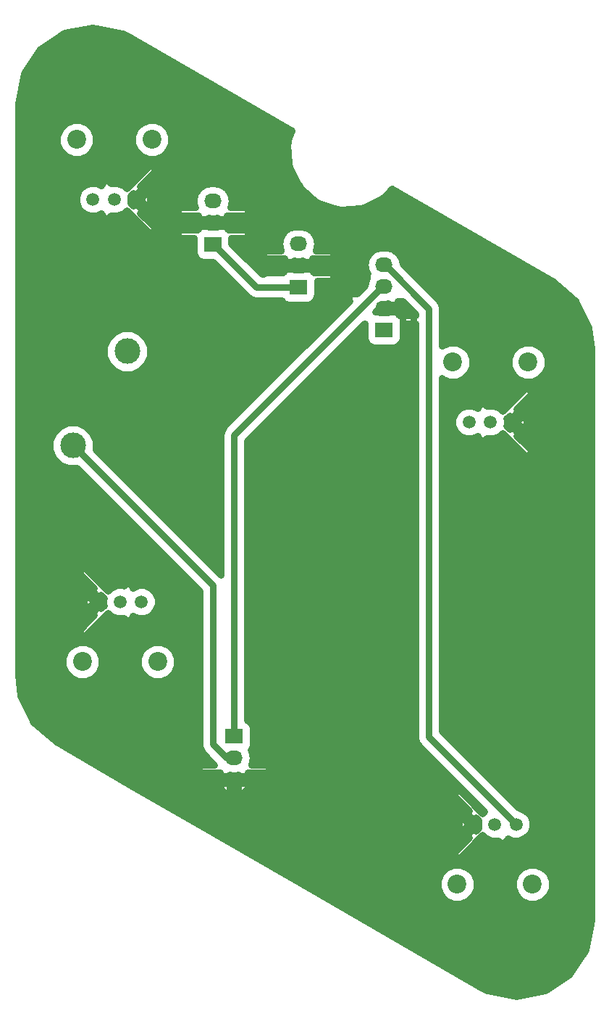
<source format=gtl>
%TF.GenerationSoftware,KiCad,Pcbnew,(2015-12-01 BZR 82, Git 6f5a49b)-brewed_product*%
%TF.CreationDate,2015-12-17T03:34:39-07:00*%
%TF.ProjectId,EMG Humbuckers,454D472048756D6275636B6572732E6B,rev?*%
%TF.FileFunction,Copper,L1,Top,Signal*%
%FSLAX46Y46*%
G04 Gerber Fmt 4.6, Leading zero omitted, Abs format (unit mm)*
G04 Created by KiCad (PCBNEW (2015-12-01 BZR 82, Git 6f5a49b)-brewed_product) date Thursday, 17 December 2015 'amt' 03:34:39*
%MOMM*%
G01*
G04 APERTURE LIST*
%ADD10C,0.127000*%
%ADD11C,3.000000*%
%ADD12R,2.032000X1.727200*%
%ADD13O,2.032000X1.727200*%
%ADD14C,1.500000*%
%ADD15C,2.200000*%
%ADD16C,0.762000*%
G04 APERTURE END LIST*
D10*
D11*
X92500000Y-77500000D03*
X86150000Y-88498523D03*
D12*
X102500000Y-65040000D03*
D13*
X102500000Y-62500000D03*
X102500000Y-59960000D03*
D12*
X112500000Y-70040000D03*
D13*
X112500000Y-67500000D03*
X112500000Y-64960000D03*
D12*
X105000000Y-122460000D03*
D13*
X105000000Y-125000000D03*
X105000000Y-127540000D03*
D14*
X137490000Y-85780000D03*
X134990000Y-85780000D03*
X132490000Y-85780000D03*
D15*
X139390000Y-78780000D03*
X130590000Y-78780000D03*
D14*
X93510000Y-59780000D03*
X91010000Y-59780000D03*
X88510000Y-59780000D03*
D15*
X95410000Y-52780000D03*
X86610000Y-52780000D03*
D14*
X132980000Y-132720000D03*
X135480000Y-132720000D03*
X137980000Y-132720000D03*
D15*
X131080000Y-139720000D03*
X139880000Y-139720000D03*
D14*
X89170000Y-106750000D03*
X91670000Y-106750000D03*
X94170000Y-106750000D03*
D15*
X87270000Y-113750000D03*
X96070000Y-113750000D03*
D12*
X122500000Y-75040000D03*
D13*
X122500000Y-72500000D03*
X122500000Y-69960000D03*
X122500000Y-67420000D03*
D16*
X126000000Y-74000000D02*
X126000000Y-74500000D01*
X126000000Y-74500000D02*
X125500000Y-75000000D01*
X124729990Y-72973945D02*
X124729990Y-72770010D01*
X124729990Y-72770010D02*
X125000000Y-72500000D01*
X125000000Y-72500000D02*
X125000000Y-72703935D01*
X125000000Y-72703935D02*
X124729990Y-72973945D01*
X124729990Y-72973945D02*
X124729990Y-74526055D01*
X126000000Y-74000000D02*
X126000000Y-73500000D01*
X102500000Y-65040000D02*
X102652400Y-65040000D01*
X102652400Y-65040000D02*
X107652400Y-70040000D01*
X107652400Y-70040000D02*
X110722000Y-70040000D01*
X110722000Y-70040000D02*
X112500000Y-70040000D01*
X102500000Y-123396336D02*
X102500000Y-104848523D01*
X102500000Y-104848523D02*
X86150000Y-88498523D01*
X105000000Y-125000000D02*
X104103664Y-125000000D01*
X104103664Y-125000000D02*
X102500000Y-123396336D01*
X105000000Y-127540000D02*
X104847600Y-127540000D01*
X112347600Y-67500000D02*
X112500000Y-67500000D01*
X105000000Y-122460000D02*
X105000000Y-87307600D01*
X105000000Y-87307600D02*
X122347600Y-69960000D01*
X122347600Y-69960000D02*
X122500000Y-69960000D01*
X127760000Y-122500000D02*
X127760000Y-72527600D01*
X127760000Y-72527600D02*
X122652400Y-67420000D01*
X122652400Y-67420000D02*
X122500000Y-67420000D01*
X137980000Y-132720000D02*
X127760000Y-122500000D01*
G36*
X91944758Y-40353353D02*
X92982929Y-40867277D01*
X111741618Y-51691430D01*
X111338701Y-52869260D01*
X111338699Y-52869263D01*
X111338699Y-52869266D01*
X111338505Y-52869832D01*
X111307253Y-53102961D01*
X111275922Y-53335812D01*
X111275959Y-53336408D01*
X111275959Y-53336411D01*
X111275960Y-53336414D01*
X111416790Y-55583320D01*
X111416789Y-55583325D01*
X111537331Y-56038384D01*
X112527562Y-58060906D01*
X112527563Y-58060908D01*
X112564219Y-58108962D01*
X112813072Y-58435198D01*
X112813075Y-58435200D01*
X114501911Y-59924818D01*
X114501913Y-59924821D01*
X114908924Y-60161360D01*
X117039262Y-60891300D01*
X117039263Y-60891301D01*
X117094596Y-60898746D01*
X117505812Y-60954079D01*
X117505817Y-60954078D01*
X119753320Y-60813210D01*
X119753325Y-60813211D01*
X120208384Y-60692669D01*
X122230906Y-59702438D01*
X122230908Y-59702437D01*
X122465275Y-59523661D01*
X122605198Y-59416928D01*
X122605200Y-59416925D01*
X123442081Y-58468121D01*
X142289252Y-69337100D01*
X144960390Y-71670281D01*
X146503711Y-74784265D01*
X146814035Y-77123505D01*
X146814035Y-143924998D01*
X146122832Y-147399905D01*
X144221765Y-150245055D01*
X141376616Y-152146122D01*
X138020535Y-152813689D01*
X134585777Y-152130472D01*
X133571731Y-151628491D01*
X113715024Y-140164203D01*
X128836611Y-140164203D01*
X129177368Y-140988898D01*
X129807784Y-141620414D01*
X130631882Y-141962610D01*
X131524203Y-141963389D01*
X132348898Y-141622632D01*
X132980414Y-140992216D01*
X133322610Y-140168118D01*
X133322613Y-140164203D01*
X137636611Y-140164203D01*
X137977368Y-140988898D01*
X138607784Y-141620414D01*
X139431882Y-141962610D01*
X140324203Y-141963389D01*
X141148898Y-141622632D01*
X141780414Y-140992216D01*
X142122610Y-140168118D01*
X142123389Y-139275797D01*
X141782632Y-138451102D01*
X141152216Y-137819586D01*
X140328118Y-137477390D01*
X139435797Y-137476611D01*
X138611102Y-137817368D01*
X137979586Y-138447784D01*
X137637390Y-139271882D01*
X137636611Y-140164203D01*
X133322613Y-140164203D01*
X133323389Y-139275797D01*
X132982632Y-138451102D01*
X132352216Y-137819586D01*
X131528118Y-137477390D01*
X130635797Y-137476611D01*
X129811102Y-137817368D01*
X129179586Y-138447784D01*
X128837390Y-139271882D01*
X128836611Y-140164203D01*
X113715024Y-140164203D01*
X100794410Y-132704475D01*
X131308962Y-132704475D01*
X131430221Y-133345135D01*
X131442104Y-133373822D01*
X131725247Y-133444423D01*
X132449670Y-132720000D01*
X131725247Y-131995577D01*
X131442104Y-132066178D01*
X131308962Y-132704475D01*
X100794410Y-132704475D01*
X93048208Y-128232199D01*
X103237486Y-128232199D01*
X103263007Y-128251729D01*
X103655994Y-128803949D01*
X104230392Y-129163744D01*
X104492000Y-129018056D01*
X104492000Y-127971800D01*
X105508000Y-127971800D01*
X105508000Y-129018056D01*
X105769608Y-129163744D01*
X106344006Y-128803949D01*
X106736993Y-128251729D01*
X106762514Y-128232199D01*
X106620569Y-127971800D01*
X105508000Y-127971800D01*
X104492000Y-127971800D01*
X103379431Y-127971800D01*
X103237486Y-128232199D01*
X93048208Y-128232199D01*
X84243944Y-123149050D01*
X81570144Y-120813542D01*
X80026824Y-117699560D01*
X79716500Y-115360320D01*
X79716500Y-114194203D01*
X85026611Y-114194203D01*
X85367368Y-115018898D01*
X85997784Y-115650414D01*
X86821882Y-115992610D01*
X87714203Y-115993389D01*
X88538898Y-115652632D01*
X89170414Y-115022216D01*
X89512610Y-114198118D01*
X89512613Y-114194203D01*
X93826611Y-114194203D01*
X94167368Y-115018898D01*
X94797784Y-115650414D01*
X95621882Y-115992610D01*
X96514203Y-115993389D01*
X97338898Y-115652632D01*
X97970414Y-115022216D01*
X98312610Y-114198118D01*
X98313389Y-113305797D01*
X97972632Y-112481102D01*
X97342216Y-111849586D01*
X96518118Y-111507390D01*
X95625797Y-111506611D01*
X94801102Y-111847368D01*
X94169586Y-112477784D01*
X93827390Y-113301882D01*
X93826611Y-114194203D01*
X89512613Y-114194203D01*
X89513389Y-113305797D01*
X89172632Y-112481102D01*
X88542216Y-111849586D01*
X87718118Y-111507390D01*
X86825797Y-111506611D01*
X86001102Y-111847368D01*
X85369586Y-112477784D01*
X85027390Y-113301882D01*
X85026611Y-114194203D01*
X79716500Y-114194203D01*
X79716500Y-106734475D01*
X87498962Y-106734475D01*
X87620221Y-107375135D01*
X87632104Y-107403822D01*
X87915247Y-107474423D01*
X88639670Y-106750000D01*
X87915247Y-106025577D01*
X87632104Y-106096178D01*
X87498962Y-106734475D01*
X79716500Y-106734475D01*
X79716500Y-103345987D01*
X86826647Y-103345987D01*
X88659234Y-105178574D01*
X88544865Y-105200221D01*
X88516178Y-105212104D01*
X88445577Y-105495247D01*
X89170000Y-106219670D01*
X89435165Y-105954505D01*
X89799375Y-106318715D01*
X89777329Y-106371807D01*
X89777066Y-106673264D01*
X89700330Y-106750000D01*
X89776932Y-106826602D01*
X89776672Y-107124889D01*
X89799799Y-107180861D01*
X89435165Y-107545495D01*
X89170000Y-107280330D01*
X88445577Y-108004753D01*
X88516178Y-108287896D01*
X88662287Y-108318373D01*
X86826647Y-110154013D01*
X87472692Y-110800059D01*
X90257887Y-108014865D01*
X90596302Y-108353871D01*
X91291807Y-108642671D01*
X92044889Y-108643328D01*
X92100861Y-108620201D01*
X92574013Y-109093353D01*
X93220059Y-108447308D01*
X93148152Y-108375401D01*
X93791807Y-108642671D01*
X94544889Y-108643328D01*
X95240897Y-108355743D01*
X95773871Y-107823698D01*
X96062671Y-107128193D01*
X96063328Y-106375111D01*
X95775743Y-105679103D01*
X95243698Y-105146129D01*
X94548193Y-104857329D01*
X93795111Y-104856672D01*
X93149189Y-105123562D01*
X93220059Y-105052692D01*
X92574013Y-104406647D01*
X92101285Y-104879375D01*
X92048193Y-104857329D01*
X91295111Y-104856672D01*
X90599103Y-105144257D01*
X90257758Y-105485007D01*
X87472692Y-102699941D01*
X86826647Y-103345987D01*
X79716500Y-103345987D01*
X79716500Y-89021942D01*
X83506543Y-89021942D01*
X83908068Y-89993706D01*
X84650906Y-90737842D01*
X85621968Y-91141063D01*
X86638164Y-91141949D01*
X100976000Y-105479785D01*
X100976000Y-123396336D01*
X101092008Y-123979546D01*
X101144902Y-124058707D01*
X101422369Y-124473967D01*
X102735803Y-125787400D01*
X100935998Y-125787400D01*
X100935998Y-126676400D01*
X103371086Y-126676400D01*
X103263007Y-126828271D01*
X103237486Y-126847801D01*
X103379431Y-127108200D01*
X104492000Y-127108200D01*
X104492000Y-126944280D01*
X104805303Y-127006600D01*
X105194697Y-127006600D01*
X105508000Y-126944280D01*
X105508000Y-127108200D01*
X106620569Y-127108200D01*
X106762514Y-126847801D01*
X106736993Y-126828271D01*
X106628914Y-126676400D01*
X109064002Y-126676400D01*
X109064002Y-125787400D01*
X107035520Y-125787400D01*
X107048554Y-125767893D01*
X107201297Y-125000000D01*
X107048554Y-124232107D01*
X106915092Y-124032368D01*
X107089576Y-123777003D01*
X107181392Y-123323600D01*
X107181392Y-121596400D01*
X107101692Y-121172830D01*
X106851362Y-120783806D01*
X106524000Y-120560129D01*
X106524000Y-87938862D01*
X120210262Y-74252600D01*
X120318608Y-74252600D01*
X120318608Y-75903600D01*
X120398308Y-76327170D01*
X120648638Y-76716194D01*
X121030597Y-76977176D01*
X121484000Y-77068992D01*
X123516000Y-77068992D01*
X123939570Y-76989292D01*
X124328594Y-76738962D01*
X124589576Y-76357003D01*
X124681392Y-75903600D01*
X124681392Y-74252600D01*
X126236000Y-74252600D01*
X126236000Y-122500000D01*
X126352008Y-123083210D01*
X126655642Y-123537631D01*
X126682369Y-123577631D01*
X134313966Y-131209228D01*
X134067758Y-131455007D01*
X131282692Y-128669941D01*
X130636647Y-129315987D01*
X132469234Y-131148574D01*
X132354865Y-131170221D01*
X132326178Y-131182104D01*
X132255577Y-131465247D01*
X132980000Y-132189670D01*
X133245165Y-131924505D01*
X133609375Y-132288715D01*
X133587329Y-132341807D01*
X133587066Y-132643264D01*
X133510330Y-132720000D01*
X133586932Y-132796602D01*
X133586672Y-133094889D01*
X133609799Y-133150861D01*
X133245165Y-133515495D01*
X132980000Y-133250330D01*
X132255577Y-133974753D01*
X132326178Y-134257896D01*
X132472287Y-134288373D01*
X130636647Y-136124013D01*
X131282692Y-136770059D01*
X134067887Y-133984865D01*
X134406302Y-134323871D01*
X135101807Y-134612671D01*
X135854889Y-134613328D01*
X135910861Y-134590201D01*
X136384013Y-135063353D01*
X137030059Y-134417308D01*
X136958152Y-134345401D01*
X137601807Y-134612671D01*
X138354889Y-134613328D01*
X139050897Y-134325743D01*
X139583871Y-133793698D01*
X139872671Y-133098193D01*
X139873328Y-132345111D01*
X139585743Y-131649103D01*
X139053698Y-131116129D01*
X138358193Y-130827329D01*
X138242489Y-130827228D01*
X129284000Y-121868738D01*
X129284000Y-86154889D01*
X130596672Y-86154889D01*
X130884257Y-86850897D01*
X131416302Y-87383871D01*
X132111807Y-87672671D01*
X132864889Y-87673328D01*
X133510811Y-87406438D01*
X133439941Y-87477308D01*
X134085987Y-88123353D01*
X134558715Y-87650625D01*
X134611807Y-87672671D01*
X135364889Y-87673328D01*
X136060897Y-87385743D01*
X136402242Y-87044993D01*
X139187308Y-89830059D01*
X139833353Y-89184013D01*
X138000766Y-87351426D01*
X138115135Y-87329779D01*
X138143822Y-87317896D01*
X138214423Y-87034753D01*
X137490000Y-86310330D01*
X137224835Y-86575495D01*
X136860625Y-86211285D01*
X136882671Y-86158193D01*
X136882934Y-85856736D01*
X136959670Y-85780000D01*
X138020330Y-85780000D01*
X138744753Y-86504423D01*
X139027896Y-86433822D01*
X139161038Y-85795525D01*
X139039779Y-85154865D01*
X139027896Y-85126178D01*
X138744753Y-85055577D01*
X138020330Y-85780000D01*
X136959670Y-85780000D01*
X136883068Y-85703398D01*
X136883328Y-85405111D01*
X136860201Y-85349139D01*
X137224835Y-84984505D01*
X137490000Y-85249670D01*
X138214423Y-84525247D01*
X138143822Y-84242104D01*
X137997713Y-84211627D01*
X139833353Y-82375987D01*
X139187308Y-81729941D01*
X136402114Y-84515136D01*
X136063698Y-84176129D01*
X135368193Y-83887329D01*
X134615111Y-83886672D01*
X134559139Y-83909799D01*
X134085987Y-83436647D01*
X133439941Y-84082692D01*
X133511848Y-84154599D01*
X132868193Y-83887329D01*
X132115111Y-83886672D01*
X131419103Y-84174257D01*
X130886129Y-84706302D01*
X130597329Y-85401807D01*
X130596672Y-86154889D01*
X129284000Y-86154889D01*
X129284000Y-80646571D01*
X129317784Y-80680414D01*
X130141882Y-81022610D01*
X131034203Y-81023389D01*
X131858898Y-80682632D01*
X132490414Y-80052216D01*
X132832610Y-79228118D01*
X132832613Y-79224203D01*
X137146611Y-79224203D01*
X137487368Y-80048898D01*
X138117784Y-80680414D01*
X138941882Y-81022610D01*
X139834203Y-81023389D01*
X140658898Y-80682632D01*
X141290414Y-80052216D01*
X141632610Y-79228118D01*
X141633389Y-78335797D01*
X141292632Y-77511102D01*
X140662216Y-76879586D01*
X139838118Y-76537390D01*
X138945797Y-76536611D01*
X138121102Y-76877368D01*
X137489586Y-77507784D01*
X137147390Y-78331882D01*
X137146611Y-79224203D01*
X132832613Y-79224203D01*
X132833389Y-78335797D01*
X132492632Y-77511102D01*
X131862216Y-76879586D01*
X131038118Y-76537390D01*
X130145797Y-76536611D01*
X129321102Y-76877368D01*
X129284000Y-76914405D01*
X129284000Y-72527600D01*
X129167992Y-71944390D01*
X128837631Y-71449969D01*
X124674886Y-67287224D01*
X124548554Y-66652107D01*
X124113577Y-66001120D01*
X123462590Y-65566143D01*
X122694697Y-65413400D01*
X122305303Y-65413400D01*
X121537410Y-65566143D01*
X120886423Y-66001120D01*
X120451446Y-66652107D01*
X120298703Y-67420000D01*
X120451446Y-68187893D01*
X120617225Y-68435998D01*
X120595000Y-68435998D01*
X120595000Y-68977264D01*
X120451446Y-69192107D01*
X120325114Y-69827224D01*
X119404938Y-70747400D01*
X118435998Y-70747400D01*
X118435998Y-71636400D01*
X118515938Y-71636400D01*
X103922369Y-86229969D01*
X103592008Y-86724390D01*
X103476000Y-87307600D01*
X103476000Y-103669261D01*
X88792576Y-88985837D01*
X88793457Y-87975104D01*
X88391932Y-87003340D01*
X87649094Y-86259204D01*
X86678032Y-85855983D01*
X85626581Y-85855066D01*
X84654817Y-86256591D01*
X83910681Y-86999429D01*
X83507460Y-87970491D01*
X83506543Y-89021942D01*
X79716500Y-89021942D01*
X79716500Y-78023419D01*
X89856543Y-78023419D01*
X90258068Y-78995183D01*
X91000906Y-79739319D01*
X91971968Y-80142540D01*
X93023419Y-80143457D01*
X93995183Y-79741932D01*
X94739319Y-78999094D01*
X95142540Y-78028032D01*
X95143457Y-76976581D01*
X94741932Y-76004817D01*
X93999094Y-75260681D01*
X93028032Y-74857460D01*
X91976581Y-74856543D01*
X91004817Y-75258068D01*
X90260681Y-76000906D01*
X89857460Y-76971968D01*
X89856543Y-78023419D01*
X79716500Y-78023419D01*
X79716500Y-60154889D01*
X86616672Y-60154889D01*
X86904257Y-60850897D01*
X87436302Y-61383871D01*
X88131807Y-61672671D01*
X88884889Y-61673328D01*
X89530811Y-61406438D01*
X89459941Y-61477308D01*
X90105987Y-62123353D01*
X90578715Y-61650625D01*
X90631807Y-61672671D01*
X91384889Y-61673328D01*
X92080897Y-61385743D01*
X92422242Y-61044993D01*
X95207308Y-63830059D01*
X95673766Y-63363600D01*
X98435998Y-63363600D01*
X98435998Y-64252600D01*
X100318608Y-64252600D01*
X100318608Y-65903600D01*
X100398308Y-66327170D01*
X100648638Y-66716194D01*
X101030597Y-66977176D01*
X101484000Y-67068992D01*
X102526130Y-67068992D01*
X106574769Y-71117631D01*
X107069191Y-71447993D01*
X107652400Y-71564001D01*
X107652405Y-71564000D01*
X110550704Y-71564000D01*
X110648638Y-71716194D01*
X111030597Y-71977176D01*
X111484000Y-72068992D01*
X113516000Y-72068992D01*
X113939570Y-71989292D01*
X114328594Y-71738962D01*
X114589576Y-71357003D01*
X114681392Y-70903600D01*
X114681392Y-69252600D01*
X116564002Y-69252600D01*
X116564002Y-68363600D01*
X114351061Y-68363600D01*
X114201593Y-68261473D01*
X114236993Y-68211729D01*
X114262514Y-68192199D01*
X114120569Y-67931800D01*
X113008000Y-67931800D01*
X113008000Y-68011008D01*
X111992000Y-68011008D01*
X111992000Y-67931800D01*
X110879431Y-67931800D01*
X110737486Y-68192199D01*
X110763007Y-68211729D01*
X110797354Y-68259993D01*
X110671406Y-68341038D01*
X110655990Y-68363600D01*
X108435998Y-68363600D01*
X108435998Y-68516000D01*
X108283662Y-68516000D01*
X105515062Y-65747400D01*
X108435998Y-65747400D01*
X108435998Y-66636400D01*
X110871086Y-66636400D01*
X110763007Y-66788271D01*
X110737486Y-66807801D01*
X110879431Y-67068200D01*
X111992000Y-67068200D01*
X111992000Y-66904280D01*
X112305303Y-66966600D01*
X112694697Y-66966600D01*
X113008000Y-66904280D01*
X113008000Y-67068200D01*
X114120569Y-67068200D01*
X114262514Y-66807801D01*
X114236993Y-66788271D01*
X114128914Y-66636400D01*
X116564002Y-66636400D01*
X116564002Y-65747400D01*
X114535520Y-65747400D01*
X114548554Y-65727893D01*
X114701297Y-64960000D01*
X114548554Y-64192107D01*
X114113577Y-63541120D01*
X113462590Y-63106143D01*
X112694697Y-62953400D01*
X112305303Y-62953400D01*
X111537410Y-63106143D01*
X110886423Y-63541120D01*
X110451446Y-64192107D01*
X110298703Y-64960000D01*
X110451446Y-65727893D01*
X110464480Y-65747400D01*
X108435998Y-65747400D01*
X105515062Y-65747400D01*
X104681392Y-64913730D01*
X104681392Y-64252600D01*
X106564002Y-64252600D01*
X106564002Y-63363600D01*
X104351061Y-63363600D01*
X104201593Y-63261473D01*
X104236993Y-63211729D01*
X104262514Y-63192199D01*
X104120569Y-62931800D01*
X103008000Y-62931800D01*
X103008000Y-63011008D01*
X101992000Y-63011008D01*
X101992000Y-62931800D01*
X100879431Y-62931800D01*
X100737486Y-63192199D01*
X100763007Y-63211729D01*
X100797354Y-63259993D01*
X100671406Y-63341038D01*
X100655990Y-63363600D01*
X98435998Y-63363600D01*
X95673766Y-63363600D01*
X95853353Y-63184013D01*
X94020766Y-61351426D01*
X94135135Y-61329779D01*
X94163822Y-61317896D01*
X94234423Y-61034753D01*
X93947070Y-60747400D01*
X98435998Y-60747400D01*
X98435998Y-61636400D01*
X100871086Y-61636400D01*
X100763007Y-61788271D01*
X100737486Y-61807801D01*
X100879431Y-62068200D01*
X101992000Y-62068200D01*
X101992000Y-61904280D01*
X102305303Y-61966600D01*
X102694697Y-61966600D01*
X103008000Y-61904280D01*
X103008000Y-62068200D01*
X104120569Y-62068200D01*
X104262514Y-61807801D01*
X104236993Y-61788271D01*
X104128914Y-61636400D01*
X106564002Y-61636400D01*
X106564002Y-60747400D01*
X104535520Y-60747400D01*
X104548554Y-60727893D01*
X104701297Y-59960000D01*
X104548554Y-59192107D01*
X104113577Y-58541120D01*
X103462590Y-58106143D01*
X102694697Y-57953400D01*
X102305303Y-57953400D01*
X101537410Y-58106143D01*
X100886423Y-58541120D01*
X100451446Y-59192107D01*
X100298703Y-59960000D01*
X100451446Y-60727893D01*
X100464480Y-60747400D01*
X98435998Y-60747400D01*
X93947070Y-60747400D01*
X93510000Y-60310330D01*
X93244835Y-60575495D01*
X92880625Y-60211285D01*
X92902671Y-60158193D01*
X92902934Y-59856736D01*
X92979670Y-59780000D01*
X94040330Y-59780000D01*
X94764753Y-60504423D01*
X95047896Y-60433822D01*
X95181038Y-59795525D01*
X95059779Y-59154865D01*
X95047896Y-59126178D01*
X94764753Y-59055577D01*
X94040330Y-59780000D01*
X92979670Y-59780000D01*
X92903068Y-59703398D01*
X92903328Y-59405111D01*
X92880201Y-59349139D01*
X93244835Y-58984505D01*
X93510000Y-59249670D01*
X94234423Y-58525247D01*
X94163822Y-58242104D01*
X94017713Y-58211627D01*
X95853353Y-56375987D01*
X95207308Y-55729941D01*
X92422114Y-58515136D01*
X92083698Y-58176129D01*
X91388193Y-57887329D01*
X90635111Y-57886672D01*
X90579139Y-57909799D01*
X90105987Y-57436647D01*
X89459941Y-58082692D01*
X89531848Y-58154599D01*
X88888193Y-57887329D01*
X88135111Y-57886672D01*
X87439103Y-58174257D01*
X86906129Y-58706302D01*
X86617329Y-59401807D01*
X86616672Y-60154889D01*
X79716500Y-60154889D01*
X79716500Y-53224203D01*
X84366611Y-53224203D01*
X84707368Y-54048898D01*
X85337784Y-54680414D01*
X86161882Y-55022610D01*
X87054203Y-55023389D01*
X87878898Y-54682632D01*
X88510414Y-54052216D01*
X88852610Y-53228118D01*
X88852613Y-53224203D01*
X93166611Y-53224203D01*
X93507368Y-54048898D01*
X94137784Y-54680414D01*
X94961882Y-55022610D01*
X95854203Y-55023389D01*
X96678898Y-54682632D01*
X97310414Y-54052216D01*
X97652610Y-53228118D01*
X97653389Y-52335797D01*
X97312632Y-51511102D01*
X96682216Y-50879586D01*
X95858118Y-50537390D01*
X94965797Y-50536611D01*
X94141102Y-50877368D01*
X93509586Y-51507784D01*
X93167390Y-52331882D01*
X93166611Y-53224203D01*
X88852613Y-53224203D01*
X88853389Y-52335797D01*
X88512632Y-51511102D01*
X87882216Y-50879586D01*
X87058118Y-50537390D01*
X86165797Y-50536611D01*
X85341102Y-50877368D01*
X84709586Y-51507784D01*
X84367390Y-52331882D01*
X84366611Y-53224203D01*
X79716500Y-53224203D01*
X79716500Y-48558828D01*
X80407703Y-45083919D01*
X82308770Y-42238770D01*
X85153920Y-40337703D01*
X88510000Y-39670136D01*
X91944758Y-40353353D01*
X91944758Y-40353353D01*
G37*
X91944758Y-40353353D02*
X92982929Y-40867277D01*
X111741618Y-51691430D01*
X111338701Y-52869260D01*
X111338699Y-52869263D01*
X111338699Y-52869266D01*
X111338505Y-52869832D01*
X111307253Y-53102961D01*
X111275922Y-53335812D01*
X111275959Y-53336408D01*
X111275959Y-53336411D01*
X111275960Y-53336414D01*
X111416790Y-55583320D01*
X111416789Y-55583325D01*
X111537331Y-56038384D01*
X112527562Y-58060906D01*
X112527563Y-58060908D01*
X112564219Y-58108962D01*
X112813072Y-58435198D01*
X112813075Y-58435200D01*
X114501911Y-59924818D01*
X114501913Y-59924821D01*
X114908924Y-60161360D01*
X117039262Y-60891300D01*
X117039263Y-60891301D01*
X117094596Y-60898746D01*
X117505812Y-60954079D01*
X117505817Y-60954078D01*
X119753320Y-60813210D01*
X119753325Y-60813211D01*
X120208384Y-60692669D01*
X122230906Y-59702438D01*
X122230908Y-59702437D01*
X122465275Y-59523661D01*
X122605198Y-59416928D01*
X122605200Y-59416925D01*
X123442081Y-58468121D01*
X142289252Y-69337100D01*
X144960390Y-71670281D01*
X146503711Y-74784265D01*
X146814035Y-77123505D01*
X146814035Y-143924998D01*
X146122832Y-147399905D01*
X144221765Y-150245055D01*
X141376616Y-152146122D01*
X138020535Y-152813689D01*
X134585777Y-152130472D01*
X133571731Y-151628491D01*
X113715024Y-140164203D01*
X128836611Y-140164203D01*
X129177368Y-140988898D01*
X129807784Y-141620414D01*
X130631882Y-141962610D01*
X131524203Y-141963389D01*
X132348898Y-141622632D01*
X132980414Y-140992216D01*
X133322610Y-140168118D01*
X133322613Y-140164203D01*
X137636611Y-140164203D01*
X137977368Y-140988898D01*
X138607784Y-141620414D01*
X139431882Y-141962610D01*
X140324203Y-141963389D01*
X141148898Y-141622632D01*
X141780414Y-140992216D01*
X142122610Y-140168118D01*
X142123389Y-139275797D01*
X141782632Y-138451102D01*
X141152216Y-137819586D01*
X140328118Y-137477390D01*
X139435797Y-137476611D01*
X138611102Y-137817368D01*
X137979586Y-138447784D01*
X137637390Y-139271882D01*
X137636611Y-140164203D01*
X133322613Y-140164203D01*
X133323389Y-139275797D01*
X132982632Y-138451102D01*
X132352216Y-137819586D01*
X131528118Y-137477390D01*
X130635797Y-137476611D01*
X129811102Y-137817368D01*
X129179586Y-138447784D01*
X128837390Y-139271882D01*
X128836611Y-140164203D01*
X113715024Y-140164203D01*
X100794410Y-132704475D01*
X131308962Y-132704475D01*
X131430221Y-133345135D01*
X131442104Y-133373822D01*
X131725247Y-133444423D01*
X132449670Y-132720000D01*
X131725247Y-131995577D01*
X131442104Y-132066178D01*
X131308962Y-132704475D01*
X100794410Y-132704475D01*
X93048208Y-128232199D01*
X103237486Y-128232199D01*
X103263007Y-128251729D01*
X103655994Y-128803949D01*
X104230392Y-129163744D01*
X104492000Y-129018056D01*
X104492000Y-127971800D01*
X105508000Y-127971800D01*
X105508000Y-129018056D01*
X105769608Y-129163744D01*
X106344006Y-128803949D01*
X106736993Y-128251729D01*
X106762514Y-128232199D01*
X106620569Y-127971800D01*
X105508000Y-127971800D01*
X104492000Y-127971800D01*
X103379431Y-127971800D01*
X103237486Y-128232199D01*
X93048208Y-128232199D01*
X84243944Y-123149050D01*
X81570144Y-120813542D01*
X80026824Y-117699560D01*
X79716500Y-115360320D01*
X79716500Y-114194203D01*
X85026611Y-114194203D01*
X85367368Y-115018898D01*
X85997784Y-115650414D01*
X86821882Y-115992610D01*
X87714203Y-115993389D01*
X88538898Y-115652632D01*
X89170414Y-115022216D01*
X89512610Y-114198118D01*
X89512613Y-114194203D01*
X93826611Y-114194203D01*
X94167368Y-115018898D01*
X94797784Y-115650414D01*
X95621882Y-115992610D01*
X96514203Y-115993389D01*
X97338898Y-115652632D01*
X97970414Y-115022216D01*
X98312610Y-114198118D01*
X98313389Y-113305797D01*
X97972632Y-112481102D01*
X97342216Y-111849586D01*
X96518118Y-111507390D01*
X95625797Y-111506611D01*
X94801102Y-111847368D01*
X94169586Y-112477784D01*
X93827390Y-113301882D01*
X93826611Y-114194203D01*
X89512613Y-114194203D01*
X89513389Y-113305797D01*
X89172632Y-112481102D01*
X88542216Y-111849586D01*
X87718118Y-111507390D01*
X86825797Y-111506611D01*
X86001102Y-111847368D01*
X85369586Y-112477784D01*
X85027390Y-113301882D01*
X85026611Y-114194203D01*
X79716500Y-114194203D01*
X79716500Y-106734475D01*
X87498962Y-106734475D01*
X87620221Y-107375135D01*
X87632104Y-107403822D01*
X87915247Y-107474423D01*
X88639670Y-106750000D01*
X87915247Y-106025577D01*
X87632104Y-106096178D01*
X87498962Y-106734475D01*
X79716500Y-106734475D01*
X79716500Y-103345987D01*
X86826647Y-103345987D01*
X88659234Y-105178574D01*
X88544865Y-105200221D01*
X88516178Y-105212104D01*
X88445577Y-105495247D01*
X89170000Y-106219670D01*
X89435165Y-105954505D01*
X89799375Y-106318715D01*
X89777329Y-106371807D01*
X89777066Y-106673264D01*
X89700330Y-106750000D01*
X89776932Y-106826602D01*
X89776672Y-107124889D01*
X89799799Y-107180861D01*
X89435165Y-107545495D01*
X89170000Y-107280330D01*
X88445577Y-108004753D01*
X88516178Y-108287896D01*
X88662287Y-108318373D01*
X86826647Y-110154013D01*
X87472692Y-110800059D01*
X90257887Y-108014865D01*
X90596302Y-108353871D01*
X91291807Y-108642671D01*
X92044889Y-108643328D01*
X92100861Y-108620201D01*
X92574013Y-109093353D01*
X93220059Y-108447308D01*
X93148152Y-108375401D01*
X93791807Y-108642671D01*
X94544889Y-108643328D01*
X95240897Y-108355743D01*
X95773871Y-107823698D01*
X96062671Y-107128193D01*
X96063328Y-106375111D01*
X95775743Y-105679103D01*
X95243698Y-105146129D01*
X94548193Y-104857329D01*
X93795111Y-104856672D01*
X93149189Y-105123562D01*
X93220059Y-105052692D01*
X92574013Y-104406647D01*
X92101285Y-104879375D01*
X92048193Y-104857329D01*
X91295111Y-104856672D01*
X90599103Y-105144257D01*
X90257758Y-105485007D01*
X87472692Y-102699941D01*
X86826647Y-103345987D01*
X79716500Y-103345987D01*
X79716500Y-89021942D01*
X83506543Y-89021942D01*
X83908068Y-89993706D01*
X84650906Y-90737842D01*
X85621968Y-91141063D01*
X86638164Y-91141949D01*
X100976000Y-105479785D01*
X100976000Y-123396336D01*
X101092008Y-123979546D01*
X101144902Y-124058707D01*
X101422369Y-124473967D01*
X102735803Y-125787400D01*
X100935998Y-125787400D01*
X100935998Y-126676400D01*
X103371086Y-126676400D01*
X103263007Y-126828271D01*
X103237486Y-126847801D01*
X103379431Y-127108200D01*
X104492000Y-127108200D01*
X104492000Y-126944280D01*
X104805303Y-127006600D01*
X105194697Y-127006600D01*
X105508000Y-126944280D01*
X105508000Y-127108200D01*
X106620569Y-127108200D01*
X106762514Y-126847801D01*
X106736993Y-126828271D01*
X106628914Y-126676400D01*
X109064002Y-126676400D01*
X109064002Y-125787400D01*
X107035520Y-125787400D01*
X107048554Y-125767893D01*
X107201297Y-125000000D01*
X107048554Y-124232107D01*
X106915092Y-124032368D01*
X107089576Y-123777003D01*
X107181392Y-123323600D01*
X107181392Y-121596400D01*
X107101692Y-121172830D01*
X106851362Y-120783806D01*
X106524000Y-120560129D01*
X106524000Y-87938862D01*
X120210262Y-74252600D01*
X120318608Y-74252600D01*
X120318608Y-75903600D01*
X120398308Y-76327170D01*
X120648638Y-76716194D01*
X121030597Y-76977176D01*
X121484000Y-77068992D01*
X123516000Y-77068992D01*
X123939570Y-76989292D01*
X124328594Y-76738962D01*
X124589576Y-76357003D01*
X124681392Y-75903600D01*
X124681392Y-74252600D01*
X126236000Y-74252600D01*
X126236000Y-122500000D01*
X126352008Y-123083210D01*
X126655642Y-123537631D01*
X126682369Y-123577631D01*
X134313966Y-131209228D01*
X134067758Y-131455007D01*
X131282692Y-128669941D01*
X130636647Y-129315987D01*
X132469234Y-131148574D01*
X132354865Y-131170221D01*
X132326178Y-131182104D01*
X132255577Y-131465247D01*
X132980000Y-132189670D01*
X133245165Y-131924505D01*
X133609375Y-132288715D01*
X133587329Y-132341807D01*
X133587066Y-132643264D01*
X133510330Y-132720000D01*
X133586932Y-132796602D01*
X133586672Y-133094889D01*
X133609799Y-133150861D01*
X133245165Y-133515495D01*
X132980000Y-133250330D01*
X132255577Y-133974753D01*
X132326178Y-134257896D01*
X132472287Y-134288373D01*
X130636647Y-136124013D01*
X131282692Y-136770059D01*
X134067887Y-133984865D01*
X134406302Y-134323871D01*
X135101807Y-134612671D01*
X135854889Y-134613328D01*
X135910861Y-134590201D01*
X136384013Y-135063353D01*
X137030059Y-134417308D01*
X136958152Y-134345401D01*
X137601807Y-134612671D01*
X138354889Y-134613328D01*
X139050897Y-134325743D01*
X139583871Y-133793698D01*
X139872671Y-133098193D01*
X139873328Y-132345111D01*
X139585743Y-131649103D01*
X139053698Y-131116129D01*
X138358193Y-130827329D01*
X138242489Y-130827228D01*
X129284000Y-121868738D01*
X129284000Y-86154889D01*
X130596672Y-86154889D01*
X130884257Y-86850897D01*
X131416302Y-87383871D01*
X132111807Y-87672671D01*
X132864889Y-87673328D01*
X133510811Y-87406438D01*
X133439941Y-87477308D01*
X134085987Y-88123353D01*
X134558715Y-87650625D01*
X134611807Y-87672671D01*
X135364889Y-87673328D01*
X136060897Y-87385743D01*
X136402242Y-87044993D01*
X139187308Y-89830059D01*
X139833353Y-89184013D01*
X138000766Y-87351426D01*
X138115135Y-87329779D01*
X138143822Y-87317896D01*
X138214423Y-87034753D01*
X137490000Y-86310330D01*
X137224835Y-86575495D01*
X136860625Y-86211285D01*
X136882671Y-86158193D01*
X136882934Y-85856736D01*
X136959670Y-85780000D01*
X138020330Y-85780000D01*
X138744753Y-86504423D01*
X139027896Y-86433822D01*
X139161038Y-85795525D01*
X139039779Y-85154865D01*
X139027896Y-85126178D01*
X138744753Y-85055577D01*
X138020330Y-85780000D01*
X136959670Y-85780000D01*
X136883068Y-85703398D01*
X136883328Y-85405111D01*
X136860201Y-85349139D01*
X137224835Y-84984505D01*
X137490000Y-85249670D01*
X138214423Y-84525247D01*
X138143822Y-84242104D01*
X137997713Y-84211627D01*
X139833353Y-82375987D01*
X139187308Y-81729941D01*
X136402114Y-84515136D01*
X136063698Y-84176129D01*
X135368193Y-83887329D01*
X134615111Y-83886672D01*
X134559139Y-83909799D01*
X134085987Y-83436647D01*
X133439941Y-84082692D01*
X133511848Y-84154599D01*
X132868193Y-83887329D01*
X132115111Y-83886672D01*
X131419103Y-84174257D01*
X130886129Y-84706302D01*
X130597329Y-85401807D01*
X130596672Y-86154889D01*
X129284000Y-86154889D01*
X129284000Y-80646571D01*
X129317784Y-80680414D01*
X130141882Y-81022610D01*
X131034203Y-81023389D01*
X131858898Y-80682632D01*
X132490414Y-80052216D01*
X132832610Y-79228118D01*
X132832613Y-79224203D01*
X137146611Y-79224203D01*
X137487368Y-80048898D01*
X138117784Y-80680414D01*
X138941882Y-81022610D01*
X139834203Y-81023389D01*
X140658898Y-80682632D01*
X141290414Y-80052216D01*
X141632610Y-79228118D01*
X141633389Y-78335797D01*
X141292632Y-77511102D01*
X140662216Y-76879586D01*
X139838118Y-76537390D01*
X138945797Y-76536611D01*
X138121102Y-76877368D01*
X137489586Y-77507784D01*
X137147390Y-78331882D01*
X137146611Y-79224203D01*
X132832613Y-79224203D01*
X132833389Y-78335797D01*
X132492632Y-77511102D01*
X131862216Y-76879586D01*
X131038118Y-76537390D01*
X130145797Y-76536611D01*
X129321102Y-76877368D01*
X129284000Y-76914405D01*
X129284000Y-72527600D01*
X129167992Y-71944390D01*
X128837631Y-71449969D01*
X124674886Y-67287224D01*
X124548554Y-66652107D01*
X124113577Y-66001120D01*
X123462590Y-65566143D01*
X122694697Y-65413400D01*
X122305303Y-65413400D01*
X121537410Y-65566143D01*
X120886423Y-66001120D01*
X120451446Y-66652107D01*
X120298703Y-67420000D01*
X120451446Y-68187893D01*
X120617225Y-68435998D01*
X120595000Y-68435998D01*
X120595000Y-68977264D01*
X120451446Y-69192107D01*
X120325114Y-69827224D01*
X119404938Y-70747400D01*
X118435998Y-70747400D01*
X118435998Y-71636400D01*
X118515938Y-71636400D01*
X103922369Y-86229969D01*
X103592008Y-86724390D01*
X103476000Y-87307600D01*
X103476000Y-103669261D01*
X88792576Y-88985837D01*
X88793457Y-87975104D01*
X88391932Y-87003340D01*
X87649094Y-86259204D01*
X86678032Y-85855983D01*
X85626581Y-85855066D01*
X84654817Y-86256591D01*
X83910681Y-86999429D01*
X83507460Y-87970491D01*
X83506543Y-89021942D01*
X79716500Y-89021942D01*
X79716500Y-78023419D01*
X89856543Y-78023419D01*
X90258068Y-78995183D01*
X91000906Y-79739319D01*
X91971968Y-80142540D01*
X93023419Y-80143457D01*
X93995183Y-79741932D01*
X94739319Y-78999094D01*
X95142540Y-78028032D01*
X95143457Y-76976581D01*
X94741932Y-76004817D01*
X93999094Y-75260681D01*
X93028032Y-74857460D01*
X91976581Y-74856543D01*
X91004817Y-75258068D01*
X90260681Y-76000906D01*
X89857460Y-76971968D01*
X89856543Y-78023419D01*
X79716500Y-78023419D01*
X79716500Y-60154889D01*
X86616672Y-60154889D01*
X86904257Y-60850897D01*
X87436302Y-61383871D01*
X88131807Y-61672671D01*
X88884889Y-61673328D01*
X89530811Y-61406438D01*
X89459941Y-61477308D01*
X90105987Y-62123353D01*
X90578715Y-61650625D01*
X90631807Y-61672671D01*
X91384889Y-61673328D01*
X92080897Y-61385743D01*
X92422242Y-61044993D01*
X95207308Y-63830059D01*
X95673766Y-63363600D01*
X98435998Y-63363600D01*
X98435998Y-64252600D01*
X100318608Y-64252600D01*
X100318608Y-65903600D01*
X100398308Y-66327170D01*
X100648638Y-66716194D01*
X101030597Y-66977176D01*
X101484000Y-67068992D01*
X102526130Y-67068992D01*
X106574769Y-71117631D01*
X107069191Y-71447993D01*
X107652400Y-71564001D01*
X107652405Y-71564000D01*
X110550704Y-71564000D01*
X110648638Y-71716194D01*
X111030597Y-71977176D01*
X111484000Y-72068992D01*
X113516000Y-72068992D01*
X113939570Y-71989292D01*
X114328594Y-71738962D01*
X114589576Y-71357003D01*
X114681392Y-70903600D01*
X114681392Y-69252600D01*
X116564002Y-69252600D01*
X116564002Y-68363600D01*
X114351061Y-68363600D01*
X114201593Y-68261473D01*
X114236993Y-68211729D01*
X114262514Y-68192199D01*
X114120569Y-67931800D01*
X113008000Y-67931800D01*
X113008000Y-68011008D01*
X111992000Y-68011008D01*
X111992000Y-67931800D01*
X110879431Y-67931800D01*
X110737486Y-68192199D01*
X110763007Y-68211729D01*
X110797354Y-68259993D01*
X110671406Y-68341038D01*
X110655990Y-68363600D01*
X108435998Y-68363600D01*
X108435998Y-68516000D01*
X108283662Y-68516000D01*
X105515062Y-65747400D01*
X108435998Y-65747400D01*
X108435998Y-66636400D01*
X110871086Y-66636400D01*
X110763007Y-66788271D01*
X110737486Y-66807801D01*
X110879431Y-67068200D01*
X111992000Y-67068200D01*
X111992000Y-66904280D01*
X112305303Y-66966600D01*
X112694697Y-66966600D01*
X113008000Y-66904280D01*
X113008000Y-67068200D01*
X114120569Y-67068200D01*
X114262514Y-66807801D01*
X114236993Y-66788271D01*
X114128914Y-66636400D01*
X116564002Y-66636400D01*
X116564002Y-65747400D01*
X114535520Y-65747400D01*
X114548554Y-65727893D01*
X114701297Y-64960000D01*
X114548554Y-64192107D01*
X114113577Y-63541120D01*
X113462590Y-63106143D01*
X112694697Y-62953400D01*
X112305303Y-62953400D01*
X111537410Y-63106143D01*
X110886423Y-63541120D01*
X110451446Y-64192107D01*
X110298703Y-64960000D01*
X110451446Y-65727893D01*
X110464480Y-65747400D01*
X108435998Y-65747400D01*
X105515062Y-65747400D01*
X104681392Y-64913730D01*
X104681392Y-64252600D01*
X106564002Y-64252600D01*
X106564002Y-63363600D01*
X104351061Y-63363600D01*
X104201593Y-63261473D01*
X104236993Y-63211729D01*
X104262514Y-63192199D01*
X104120569Y-62931800D01*
X103008000Y-62931800D01*
X103008000Y-63011008D01*
X101992000Y-63011008D01*
X101992000Y-62931800D01*
X100879431Y-62931800D01*
X100737486Y-63192199D01*
X100763007Y-63211729D01*
X100797354Y-63259993D01*
X100671406Y-63341038D01*
X100655990Y-63363600D01*
X98435998Y-63363600D01*
X95673766Y-63363600D01*
X95853353Y-63184013D01*
X94020766Y-61351426D01*
X94135135Y-61329779D01*
X94163822Y-61317896D01*
X94234423Y-61034753D01*
X93947070Y-60747400D01*
X98435998Y-60747400D01*
X98435998Y-61636400D01*
X100871086Y-61636400D01*
X100763007Y-61788271D01*
X100737486Y-61807801D01*
X100879431Y-62068200D01*
X101992000Y-62068200D01*
X101992000Y-61904280D01*
X102305303Y-61966600D01*
X102694697Y-61966600D01*
X103008000Y-61904280D01*
X103008000Y-62068200D01*
X104120569Y-62068200D01*
X104262514Y-61807801D01*
X104236993Y-61788271D01*
X104128914Y-61636400D01*
X106564002Y-61636400D01*
X106564002Y-60747400D01*
X104535520Y-60747400D01*
X104548554Y-60727893D01*
X104701297Y-59960000D01*
X104548554Y-59192107D01*
X104113577Y-58541120D01*
X103462590Y-58106143D01*
X102694697Y-57953400D01*
X102305303Y-57953400D01*
X101537410Y-58106143D01*
X100886423Y-58541120D01*
X100451446Y-59192107D01*
X100298703Y-59960000D01*
X100451446Y-60727893D01*
X100464480Y-60747400D01*
X98435998Y-60747400D01*
X93947070Y-60747400D01*
X93510000Y-60310330D01*
X93244835Y-60575495D01*
X92880625Y-60211285D01*
X92902671Y-60158193D01*
X92902934Y-59856736D01*
X92979670Y-59780000D01*
X94040330Y-59780000D01*
X94764753Y-60504423D01*
X95047896Y-60433822D01*
X95181038Y-59795525D01*
X95059779Y-59154865D01*
X95047896Y-59126178D01*
X94764753Y-59055577D01*
X94040330Y-59780000D01*
X92979670Y-59780000D01*
X92903068Y-59703398D01*
X92903328Y-59405111D01*
X92880201Y-59349139D01*
X93244835Y-58984505D01*
X93510000Y-59249670D01*
X94234423Y-58525247D01*
X94163822Y-58242104D01*
X94017713Y-58211627D01*
X95853353Y-56375987D01*
X95207308Y-55729941D01*
X92422114Y-58515136D01*
X92083698Y-58176129D01*
X91388193Y-57887329D01*
X90635111Y-57886672D01*
X90579139Y-57909799D01*
X90105987Y-57436647D01*
X89459941Y-58082692D01*
X89531848Y-58154599D01*
X88888193Y-57887329D01*
X88135111Y-57886672D01*
X87439103Y-58174257D01*
X86906129Y-58706302D01*
X86617329Y-59401807D01*
X86616672Y-60154889D01*
X79716500Y-60154889D01*
X79716500Y-53224203D01*
X84366611Y-53224203D01*
X84707368Y-54048898D01*
X85337784Y-54680414D01*
X86161882Y-55022610D01*
X87054203Y-55023389D01*
X87878898Y-54682632D01*
X88510414Y-54052216D01*
X88852610Y-53228118D01*
X88852613Y-53224203D01*
X93166611Y-53224203D01*
X93507368Y-54048898D01*
X94137784Y-54680414D01*
X94961882Y-55022610D01*
X95854203Y-55023389D01*
X96678898Y-54682632D01*
X97310414Y-54052216D01*
X97652610Y-53228118D01*
X97653389Y-52335797D01*
X97312632Y-51511102D01*
X96682216Y-50879586D01*
X95858118Y-50537390D01*
X94965797Y-50536611D01*
X94141102Y-50877368D01*
X93509586Y-51507784D01*
X93167390Y-52331882D01*
X93166611Y-53224203D01*
X88852613Y-53224203D01*
X88853389Y-52335797D01*
X88512632Y-51511102D01*
X87882216Y-50879586D01*
X87058118Y-50537390D01*
X86165797Y-50536611D01*
X85341102Y-50877368D01*
X84709586Y-51507784D01*
X84367390Y-52331882D01*
X84366611Y-53224203D01*
X79716500Y-53224203D01*
X79716500Y-48558828D01*
X80407703Y-45083919D01*
X82308770Y-42238770D01*
X85153920Y-40337703D01*
X88510000Y-39670136D01*
X91944758Y-40353353D01*
G36*
X126236000Y-73158862D02*
X126236000Y-73363600D01*
X124351061Y-73363600D01*
X124201593Y-73261473D01*
X124236993Y-73211729D01*
X124262514Y-73192199D01*
X124120569Y-72931800D01*
X123008000Y-72931800D01*
X123008000Y-73011008D01*
X121992000Y-73011008D01*
X121992000Y-72931800D01*
X121531062Y-72931800D01*
X122496262Y-71966600D01*
X122694697Y-71966600D01*
X123008000Y-71904280D01*
X123008000Y-72068200D01*
X124120569Y-72068200D01*
X124262514Y-71807801D01*
X124236993Y-71788271D01*
X124128914Y-71636400D01*
X124713538Y-71636400D01*
X126236000Y-73158862D01*
X126236000Y-73158862D01*
G37*
X126236000Y-73158862D02*
X126236000Y-73363600D01*
X124351061Y-73363600D01*
X124201593Y-73261473D01*
X124236993Y-73211729D01*
X124262514Y-73192199D01*
X124120569Y-72931800D01*
X123008000Y-72931800D01*
X123008000Y-73011008D01*
X121992000Y-73011008D01*
X121992000Y-72931800D01*
X121531062Y-72931800D01*
X122496262Y-71966600D01*
X122694697Y-71966600D01*
X123008000Y-71904280D01*
X123008000Y-72068200D01*
X124120569Y-72068200D01*
X124262514Y-71807801D01*
X124236993Y-71788271D01*
X124128914Y-71636400D01*
X124713538Y-71636400D01*
X126236000Y-73158862D01*
M02*

</source>
